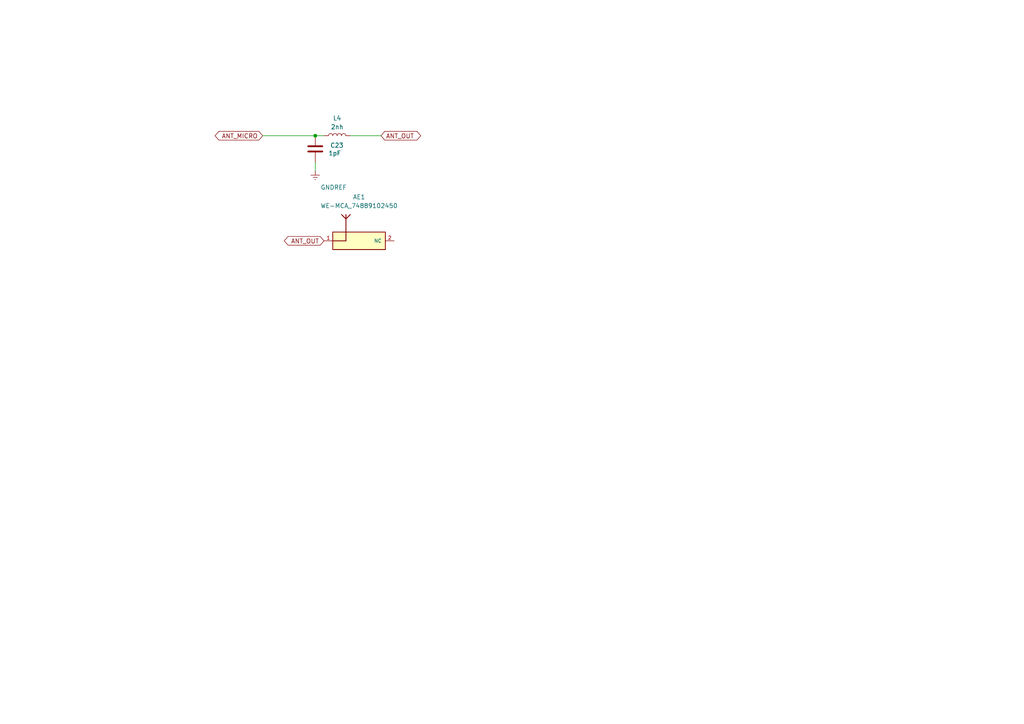
<source format=kicad_sch>
(kicad_sch (version 20250114) (generator "eeschema") (generator_version "9.0")
  (paper "A4")
  (title_block (date "2025-10-01"))
  (lib_symbols
    (symbol "Device:C" (pin_numbers (hide yes)) (pin_names (offset 0.254))
      (property "Reference" "C" (at 0.635 2.54 0))
      (property "Value" "C" (at 0.635 -2.54 0))
      (symbol "C_0_1"
        (polyline (pts (xy -2.032 0.762) (xy 2.032 0.762)) (stroke (width 0.508)))
        (polyline (pts (xy -2.032 -0.762) (xy 2.032 -0.762)) (stroke (width 0.508)))
      )
      (symbol "C_1_1"
        (pin passive line (at 0 3.81 270) (length 2.794) (name "~") (number "1"))
        (pin passive line (at 0 -3.81 90) (length 2.794) (name "~") (number "2"))
      )
    )
    (symbol "Device:L" (pin_numbers (hide yes)) (pin_names (offset 1.016) (hide yes))
      (property "Reference" "L" (at -1.27 0 90))
      (property "Value" "L" (at 1.905 0 90))
      (symbol "L_0_1"
        (arc (start 0 2.54) (mid 0.6323 1.905) (end 0 1.27))
        (arc (start 0 1.27) (mid 0.6323 0.635) (end 0 0))
        (arc (start 0 0) (mid 0.6323 -0.635) (end 0 -1.27))
        (arc (start 0 -1.27) (mid 0.6323 -1.905) (end 0 -2.54))
      )
      (symbol "L_1_1"
        (pin passive line (at 0 3.81 270) (length 1.27) (name "1") (number "1"))
        (pin passive line (at 0 -3.81 90) (length 1.27) (name "2") (number "2"))
      )
    )
    (symbol "ESP-32-C6:WE-MCA_74889102450" (pin_names (offset 1.016))
      (property "Reference" "AE" (at -2.54 3.81 0))
      (property "Value" "WE-MCA_74889102450" (at -5.08 -5.08 0))
      (symbol "WE-MCA_74889102450_0_0"
        (rectangle (start -7.62 -2.54) (end 7.62 2.54) (stroke (width 0.254)) (fill (type background)))
        (polyline (pts (xy 3.81 6.35) (xy 2.54 7.62)) (stroke (width 0.254)))
        (polyline (pts (xy 3.81 6.35) (xy 5.08 7.62)) (stroke (width 0.254)))
        (polyline (pts (xy 3.81 0) (xy 3.81 7.62)) (stroke (width 0.254)))
        (polyline (pts (xy 3.81 0) (xy 7.62 0)) (stroke (width 0.254)))
        (pin passive line (at -10.16 0 0) (length 2.54) (name "NC") (number "2"))
        (pin passive line (at 10.16 0 180) (length 2.54) (name "~") (number "1"))
      )
    )
    (symbol "power:GNDREF" (power) (pin_numbers (hide yes)) (pin_names (offset 0) (hide yes))
      (property "Value" "GNDREF" (at 0 -3.81 0))
      (symbol "GNDREF_0_1"
        (polyline (pts (xy -0.635 -1.905) (xy 0.635 -1.905)))
        (polyline (pts (xy -0.127 -2.54) (xy 0.127 -2.54)))
        (polyline (pts (xy 0 -1.27) (xy 0 0)))
        (polyline (pts (xy 1.27 -1.27) (xy -1.27 -1.27)))
      )
      (symbol "GNDREF_1_1"
        (pin power_in line (at 0 0 270) (length 0) (name "~") (number "1"))
      )
    )
  )
  (junction (at 91.44 39.37))
  (wire (pts (xy 101.6 39.37) (xy 110.49 39.37)))
  (wire (pts (xy 76.2 39.37) (xy 91.44 39.37)))
  (wire (pts (xy 91.44 39.37) (xy 93.98 39.37)))
  (wire (pts (xy 91.44 46.99) (xy 91.44 49.53)))
  (global_label "ANT_MICRO" (shape bidirectional) (at 76.2 39.37 180) (property "Intersheetrefs" "${INTERSHEET_REFS}" (effects (hide yes))))
  (global_label "ANT_OUT" (shape bidirectional) (at 93.98 69.85 180) (property "Intersheetrefs" "${INTERSHEET_REFS}" (effects (hide yes))))
  (global_label "ANT_OUT" (shape bidirectional) (at 110.49 39.37 0) (property "Intersheetrefs" "${INTERSHEET_REFS}" (effects (hide yes))))
  (symbol (lib_id "Device:C") (at 91.44 43.18 0) (unit 1)
    (property "Reference" "C23" (at 95.758 42.164 0) (effects (justify left)))
    (property "Value" "1pF" (at 95.25 44.4499 0) (effects (justify left)))
    (property "Footprint" "Capacitor_SMD:C_0603_1608Metric_Pad1.08x0.95mm_HandSolder" (effects (hide yes)))
    (property "Description" "Unpolarized capacitor" (effects (hide yes)))
  )
  (symbol (lib_id "Device:L") (at 97.79 39.37 90) (unit 1)
    (property "Reference" "L4" (at 97.79 34.29 90))
    (property "Value" "2nh" (at 97.79 36.83 90))
    (property "Footprint" "Inductor_SMD:L_0603_1608Metric" (effects (hide yes)))
    (property "Description" "Inductor" (effects (hide yes)))
  )
  (symbol (lib_id "ESP-32-C6:WE-MCA_74889102450") (at 104.14 69.85 0) (mirror y) (unit 1)
    (property "Reference" "AE1" (at 104.14 57.15 0))
    (property "Value" "WE-MCA_74889102450" (at 104.14 59.69 0))
    (property "Footprint" "Library:WE-MCA_74889102450" (effects (hide yes)))
  )
  (symbol (lib_id "power:GNDREF") (at 91.44 49.53 0) (unit 1)
    (property "Reference" "#PWR042" (effects (hide yes)))
    (property "Value" "GNDREF" (at 96.774 54.356 0))
    (property "Description" "Power symbol creates a global label with name \"GNDREF\" , reference supply ground" (effects (hide yes)))
  )
)
</source>
